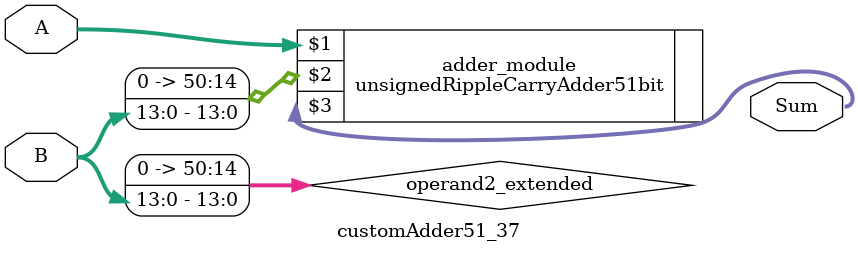
<source format=v>
module customAdder51_37(
                        input [50 : 0] A,
                        input [13 : 0] B,
                        
                        output [51 : 0] Sum
                );

        wire [50 : 0] operand2_extended;
        
        assign operand2_extended =  {37'b0, B};
        
        unsignedRippleCarryAdder51bit adder_module(
            A,
            operand2_extended,
            Sum
        );
        
        endmodule
        
</source>
